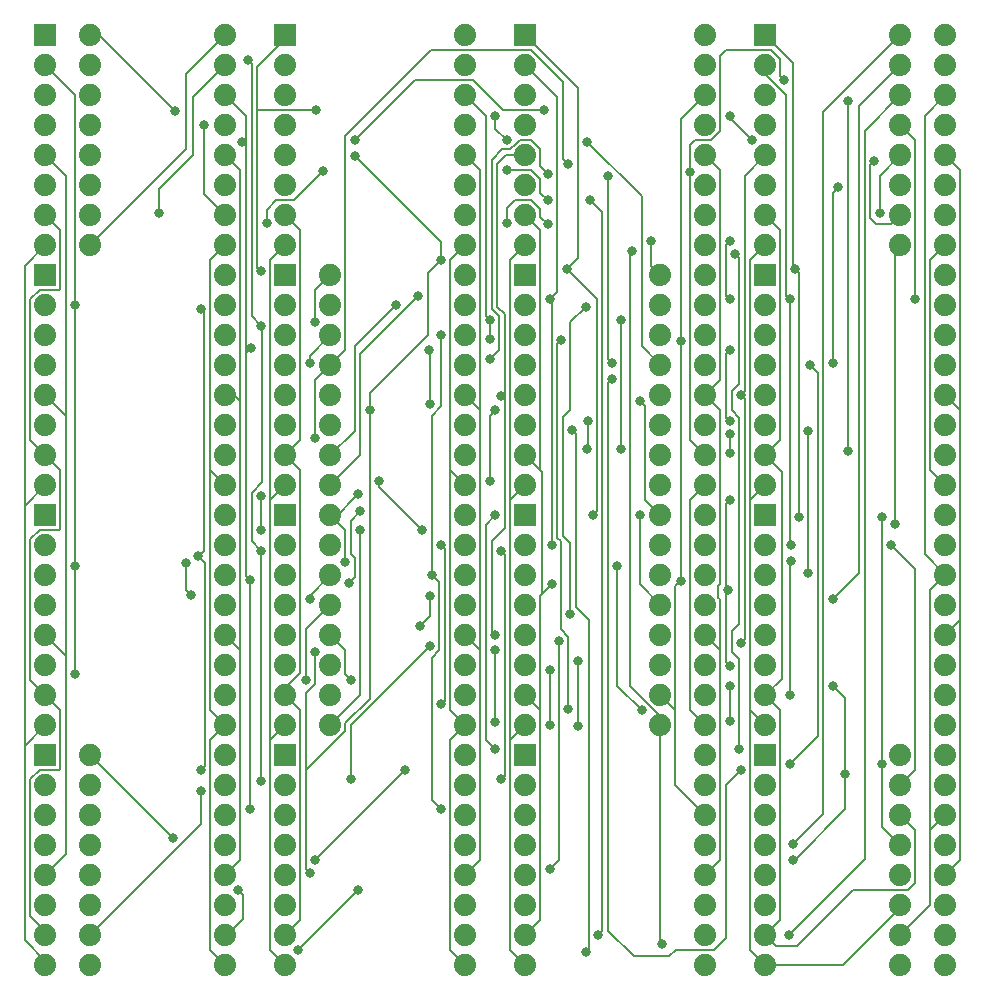
<source format=gbr>
G04 EAGLE Gerber RS-274X export*
G75*
%MOMM*%
%FSLAX34Y34*%
%LPD*%
%INBottom Copper*%
%IPPOS*%
%AMOC8*
5,1,8,0,0,1.08239X$1,22.5*%
G01*
%ADD10C,1.879600*%
%ADD11R,1.879600X1.879600*%
%ADD12C,0.203200*%
%ADD13C,0.808000*%


D10*
X63500Y800100D03*
X63500Y774700D03*
X63500Y749300D03*
X63500Y723900D03*
X63500Y698500D03*
X63500Y673100D03*
X63500Y647700D03*
X63500Y622300D03*
X266700Y596900D03*
X266700Y571500D03*
X266700Y546100D03*
X266700Y520700D03*
X266700Y495300D03*
X266700Y469900D03*
X266700Y444500D03*
X266700Y419100D03*
X266700Y393700D03*
X266700Y368300D03*
X266700Y342900D03*
X266700Y317500D03*
X266700Y292100D03*
X266700Y266700D03*
X266700Y241300D03*
X266700Y215900D03*
X749300Y800100D03*
X749300Y774700D03*
X749300Y749300D03*
X749300Y723900D03*
X749300Y698500D03*
X749300Y673100D03*
X749300Y647700D03*
X749300Y622300D03*
X546100Y596900D03*
X546100Y571500D03*
X546100Y546100D03*
X546100Y520700D03*
X546100Y495300D03*
X546100Y469900D03*
X546100Y444500D03*
X546100Y419100D03*
X546100Y393700D03*
X546100Y368300D03*
X546100Y342900D03*
X546100Y317500D03*
X546100Y292100D03*
X546100Y266700D03*
X546100Y241300D03*
X546100Y215900D03*
X749300Y190500D03*
X749300Y165100D03*
X749300Y139700D03*
X749300Y114300D03*
X749300Y88900D03*
X749300Y63500D03*
X749300Y38100D03*
X749300Y12700D03*
X63500Y190500D03*
X63500Y165100D03*
X63500Y139700D03*
X63500Y114300D03*
X63500Y88900D03*
X63500Y63500D03*
X63500Y38100D03*
X63500Y12700D03*
D11*
X25400Y800100D03*
D10*
X25400Y774700D03*
X25400Y749300D03*
X25400Y723900D03*
X25400Y698500D03*
X25400Y673100D03*
X25400Y647700D03*
X25400Y622300D03*
X177800Y622300D03*
X177800Y647700D03*
X177800Y673100D03*
X177800Y698500D03*
X177800Y723900D03*
X177800Y749300D03*
X177800Y774700D03*
X177800Y800100D03*
D11*
X228600Y800100D03*
D10*
X228600Y774700D03*
X228600Y749300D03*
X228600Y723900D03*
X228600Y698500D03*
X228600Y673100D03*
X228600Y647700D03*
X228600Y622300D03*
X381000Y622300D03*
X381000Y647700D03*
X381000Y673100D03*
X381000Y698500D03*
X381000Y723900D03*
X381000Y749300D03*
X381000Y774700D03*
X381000Y800100D03*
D11*
X431800Y800100D03*
D10*
X431800Y774700D03*
X431800Y749300D03*
X431800Y723900D03*
X431800Y698500D03*
X431800Y673100D03*
X431800Y647700D03*
X431800Y622300D03*
X584200Y622300D03*
X584200Y647700D03*
X584200Y673100D03*
X584200Y698500D03*
X584200Y723900D03*
X584200Y749300D03*
X584200Y774700D03*
X584200Y800100D03*
D11*
X635000Y800100D03*
D10*
X635000Y774700D03*
X635000Y749300D03*
X635000Y723900D03*
X635000Y698500D03*
X635000Y673100D03*
X635000Y647700D03*
X635000Y622300D03*
X787400Y622300D03*
X787400Y647700D03*
X787400Y673100D03*
X787400Y698500D03*
X787400Y723900D03*
X787400Y749300D03*
X787400Y774700D03*
X787400Y800100D03*
D11*
X25400Y596900D03*
D10*
X25400Y571500D03*
X25400Y546100D03*
X25400Y520700D03*
X25400Y495300D03*
X25400Y469900D03*
X25400Y444500D03*
X25400Y419100D03*
X177800Y419100D03*
X177800Y444500D03*
X177800Y469900D03*
X177800Y495300D03*
X177800Y520700D03*
X177800Y546100D03*
X177800Y571500D03*
X177800Y596900D03*
D11*
X228600Y596900D03*
D10*
X228600Y571500D03*
X228600Y546100D03*
X228600Y520700D03*
X228600Y495300D03*
X228600Y469900D03*
X228600Y444500D03*
X228600Y419100D03*
X381000Y419100D03*
X381000Y444500D03*
X381000Y469900D03*
X381000Y495300D03*
X381000Y520700D03*
X381000Y546100D03*
X381000Y571500D03*
X381000Y596900D03*
D11*
X431800Y596900D03*
D10*
X431800Y571500D03*
X431800Y546100D03*
X431800Y520700D03*
X431800Y495300D03*
X431800Y469900D03*
X431800Y444500D03*
X431800Y419100D03*
X584200Y419100D03*
X584200Y444500D03*
X584200Y469900D03*
X584200Y495300D03*
X584200Y520700D03*
X584200Y546100D03*
X584200Y571500D03*
X584200Y596900D03*
D11*
X635000Y596900D03*
D10*
X635000Y571500D03*
X635000Y546100D03*
X635000Y520700D03*
X635000Y495300D03*
X635000Y469900D03*
X635000Y444500D03*
X635000Y419100D03*
X787400Y419100D03*
X787400Y444500D03*
X787400Y469900D03*
X787400Y495300D03*
X787400Y520700D03*
X787400Y546100D03*
X787400Y571500D03*
X787400Y596900D03*
D11*
X25400Y393700D03*
D10*
X25400Y368300D03*
X25400Y342900D03*
X25400Y317500D03*
X25400Y292100D03*
X25400Y266700D03*
X25400Y241300D03*
X25400Y215900D03*
X177800Y215900D03*
X177800Y241300D03*
X177800Y266700D03*
X177800Y292100D03*
X177800Y317500D03*
X177800Y342900D03*
X177800Y368300D03*
X177800Y393700D03*
D11*
X228600Y393700D03*
D10*
X228600Y368300D03*
X228600Y342900D03*
X228600Y317500D03*
X228600Y292100D03*
X228600Y266700D03*
X228600Y241300D03*
X228600Y215900D03*
X381000Y215900D03*
X381000Y241300D03*
X381000Y266700D03*
X381000Y292100D03*
X381000Y317500D03*
X381000Y342900D03*
X381000Y368300D03*
X381000Y393700D03*
D11*
X431800Y393700D03*
D10*
X431800Y368300D03*
X431800Y342900D03*
X431800Y317500D03*
X431800Y292100D03*
X431800Y266700D03*
X431800Y241300D03*
X431800Y215900D03*
X584200Y215900D03*
X584200Y241300D03*
X584200Y266700D03*
X584200Y292100D03*
X584200Y317500D03*
X584200Y342900D03*
X584200Y368300D03*
X584200Y393700D03*
D11*
X635000Y393700D03*
D10*
X635000Y368300D03*
X635000Y342900D03*
X635000Y317500D03*
X635000Y292100D03*
X635000Y266700D03*
X635000Y241300D03*
X635000Y215900D03*
X787400Y215900D03*
X787400Y241300D03*
X787400Y266700D03*
X787400Y292100D03*
X787400Y317500D03*
X787400Y342900D03*
X787400Y368300D03*
X787400Y393700D03*
D11*
X25400Y190500D03*
D10*
X25400Y165100D03*
X25400Y139700D03*
X25400Y114300D03*
X25400Y88900D03*
X25400Y63500D03*
X25400Y38100D03*
X25400Y12700D03*
X177800Y12700D03*
X177800Y38100D03*
X177800Y63500D03*
X177800Y88900D03*
X177800Y114300D03*
X177800Y139700D03*
X177800Y165100D03*
X177800Y190500D03*
D11*
X228600Y190500D03*
D10*
X228600Y165100D03*
X228600Y139700D03*
X228600Y114300D03*
X228600Y88900D03*
X228600Y63500D03*
X228600Y38100D03*
X228600Y12700D03*
X381000Y12700D03*
X381000Y38100D03*
X381000Y63500D03*
X381000Y88900D03*
X381000Y114300D03*
X381000Y139700D03*
X381000Y165100D03*
X381000Y190500D03*
D11*
X431800Y190500D03*
D10*
X431800Y165100D03*
X431800Y139700D03*
X431800Y114300D03*
X431800Y88900D03*
X431800Y63500D03*
X431800Y38100D03*
X431800Y12700D03*
X584200Y12700D03*
X584200Y38100D03*
X584200Y63500D03*
X584200Y88900D03*
X584200Y114300D03*
X584200Y139700D03*
X584200Y165100D03*
X584200Y190500D03*
D11*
X635000Y190500D03*
D10*
X635000Y165100D03*
X635000Y139700D03*
X635000Y114300D03*
X635000Y88900D03*
X635000Y63500D03*
X635000Y38100D03*
X635000Y12700D03*
X787400Y12700D03*
X787400Y38100D03*
X787400Y63500D03*
X787400Y88900D03*
X787400Y114300D03*
X787400Y139700D03*
X787400Y165100D03*
X787400Y190500D03*
D12*
X135255Y735965D02*
X71120Y800100D01*
X63500Y800100D01*
D13*
X135255Y735965D03*
D12*
X159703Y723583D02*
X159703Y665798D01*
X177800Y647700D01*
D13*
X159703Y723583D03*
D12*
X150495Y698818D02*
X121285Y669608D01*
X121285Y649288D01*
X150495Y698818D02*
X150495Y747395D01*
X177800Y774700D01*
D13*
X121285Y649288D03*
D12*
X144463Y703263D02*
X63500Y622300D01*
X144463Y703263D02*
X144463Y766763D01*
X177800Y800100D01*
X42863Y106363D02*
X25400Y88900D01*
X42863Y106363D02*
X42863Y274638D01*
X25400Y292100D01*
X42863Y477838D02*
X25400Y495300D01*
X42863Y477838D02*
X42863Y274638D01*
X42863Y681038D02*
X25400Y698500D01*
X42863Y681038D02*
X42863Y477838D01*
X684213Y735013D02*
X749300Y800100D01*
X684213Y735013D02*
X684213Y140970D01*
X658813Y115570D01*
X290513Y76200D02*
X239713Y25400D01*
D13*
X658813Y115570D03*
X290513Y76200D03*
X239713Y25400D03*
D12*
X50800Y258763D02*
X50800Y350838D01*
X50800Y571818D01*
X50800Y749300D02*
X25400Y774700D01*
X50800Y749300D02*
X50800Y571818D01*
X714375Y739775D02*
X749300Y774700D01*
X714375Y739775D02*
X714375Y344488D01*
X692150Y322263D01*
X406400Y279400D02*
X406400Y218758D01*
D13*
X50800Y258763D03*
X50800Y350838D03*
X50800Y571818D03*
X692150Y322263D03*
X406400Y279400D03*
X406400Y218758D03*
D12*
X25400Y41910D02*
X12700Y54610D01*
X25400Y41910D02*
X25400Y38100D01*
X12700Y54610D02*
X12700Y169863D01*
X20638Y177800D01*
X38100Y179070D02*
X38100Y228600D01*
X38100Y179070D02*
X36830Y177800D01*
X20638Y177800D01*
X38100Y228600D02*
X25400Y241300D01*
X25400Y444500D02*
X12700Y457200D01*
X12700Y576263D01*
X20638Y584200D01*
X38100Y585470D02*
X38100Y635000D01*
X38100Y585470D02*
X36830Y584200D01*
X20638Y584200D01*
X38100Y635000D02*
X25400Y647700D01*
X719138Y719138D02*
X749300Y749300D01*
X719138Y719138D02*
X719138Y102235D01*
X655003Y38100D01*
X496888Y41275D02*
X496888Y650558D01*
X496888Y41275D02*
X493713Y38100D01*
X496888Y650558D02*
X486728Y660718D01*
X450850Y660400D02*
X444500Y666750D01*
X444500Y677863D01*
X436563Y685800D01*
X415925Y685800D01*
X260350Y684848D02*
X235903Y660400D01*
X212725Y652145D02*
X212725Y641350D01*
X212725Y652145D02*
X220980Y660400D01*
X235903Y660400D01*
X12700Y254000D02*
X25400Y241300D01*
X12700Y254000D02*
X12700Y373063D01*
X20638Y381000D01*
X38100Y382270D02*
X38100Y431800D01*
X38100Y382270D02*
X36830Y381000D01*
X20638Y381000D01*
X38100Y431800D02*
X25400Y444500D01*
D13*
X655003Y38100D03*
X493713Y38100D03*
X486728Y660718D03*
X450850Y660400D03*
X415925Y685800D03*
X260350Y684848D03*
X212725Y641350D03*
D12*
X749300Y723900D02*
X762000Y711200D01*
X762000Y576263D01*
X604838Y576263D02*
X601663Y579438D01*
X601663Y622300D01*
X604838Y625475D01*
X450850Y639763D02*
X444500Y646113D01*
X444500Y652463D01*
X436563Y660400D01*
X415925Y653415D02*
X415925Y641350D01*
X415925Y653415D02*
X422910Y660400D01*
X436563Y660400D01*
D13*
X762000Y576263D03*
X604838Y576263D03*
X604838Y625475D03*
X450850Y639763D03*
X415925Y641350D03*
D12*
X190500Y101600D02*
X177800Y88900D01*
X190500Y101600D02*
X190500Y279400D01*
X177800Y292100D01*
X190500Y490220D02*
X185420Y495300D01*
X177800Y495300D01*
X190500Y490220D02*
X190500Y279400D01*
X190500Y685800D02*
X177800Y698500D01*
X190500Y685800D02*
X190500Y490220D01*
X731838Y681038D02*
X749300Y698500D01*
X731838Y681038D02*
X731838Y649288D01*
X612775Y611188D02*
X609600Y614363D01*
X612775Y611188D02*
X612775Y504825D01*
X606425Y498475D01*
X606425Y482600D01*
X612775Y476250D01*
X612775Y301625D01*
X606425Y295275D01*
X606425Y278130D01*
X612775Y271780D01*
X612775Y195263D01*
X330200Y177800D02*
X254000Y101600D01*
D13*
X731838Y649288D03*
X609600Y614363D03*
X612775Y195263D03*
X330200Y177800D03*
X254000Y101600D03*
D12*
X25400Y16510D02*
X25400Y12700D01*
X25400Y16510D02*
X7938Y33973D01*
X7938Y198438D01*
X25400Y215900D01*
X7938Y401638D02*
X25400Y419100D01*
X7938Y401638D02*
X7938Y198438D01*
X7938Y604838D02*
X25400Y622300D01*
X7938Y604838D02*
X7938Y401638D01*
X692150Y666750D02*
X696913Y671513D01*
X692150Y666750D02*
X692150Y522288D01*
X406400Y482600D02*
X401638Y477838D01*
X401638Y422275D01*
X292100Y396875D02*
X284163Y388938D01*
X284163Y360363D01*
X287338Y357188D01*
X287338Y341313D01*
X282575Y336550D01*
D13*
X696913Y671513D03*
X692150Y522288D03*
X406400Y482600D03*
X401638Y422275D03*
X292100Y396875D03*
X282575Y336550D03*
D12*
X198438Y338773D02*
X198438Y144463D01*
X195263Y341948D02*
X195263Y530860D01*
X195263Y341948D02*
X198438Y338773D01*
X195263Y731838D02*
X177800Y749300D01*
X195263Y709613D02*
X195263Y530860D01*
X195263Y709613D02*
X195263Y731838D01*
X199390Y534988D02*
X195263Y530860D01*
X741680Y640080D02*
X749300Y647700D01*
X723900Y645160D02*
X723900Y690563D01*
X723900Y645160D02*
X728980Y640080D01*
X741680Y640080D01*
X723900Y690563D02*
X727075Y693738D01*
X623888Y711200D02*
X604838Y730250D01*
X604838Y731838D01*
X447675Y736600D02*
X412750Y736600D01*
X387350Y762000D01*
X338138Y762000D01*
X287338Y711200D01*
X195263Y709613D02*
X192088Y709613D01*
D13*
X198438Y144463D03*
X198438Y338773D03*
X199390Y534988D03*
X727075Y693738D03*
X623888Y711200D03*
X604838Y731838D03*
X447675Y736600D03*
X287338Y711200D03*
X192088Y709613D03*
D12*
X165100Y25400D02*
X177800Y12700D01*
X165100Y25400D02*
X165100Y203200D01*
X177800Y215900D01*
X177800Y419100D02*
X165100Y431800D01*
X165100Y609600D01*
X177800Y622300D01*
X744538Y617538D02*
X749300Y622300D01*
X744538Y617538D02*
X744538Y385763D01*
X344488Y381000D02*
X307975Y417513D01*
X307975Y422275D01*
X165100Y228600D02*
X177800Y215900D01*
X165100Y228600D02*
X165100Y431800D01*
D13*
X744538Y385763D03*
X344488Y381000D03*
X307975Y422275D03*
D12*
X246063Y93663D02*
X249238Y90488D01*
X246063Y177800D02*
X246063Y242888D01*
X246063Y177800D02*
X246063Y93663D01*
X246063Y242888D02*
X254000Y250825D01*
X254000Y277813D01*
X300038Y238125D02*
X300038Y482600D01*
X300038Y238125D02*
X279400Y217488D01*
X279400Y211138D01*
X246063Y177800D01*
X546100Y596900D02*
X538163Y604838D01*
X538163Y625475D01*
X360363Y609600D02*
X349250Y598488D01*
X349250Y546418D01*
X300038Y497205D01*
X300038Y482600D01*
X360363Y624840D02*
X287338Y697865D01*
X360363Y624840D02*
X360363Y609600D01*
D13*
X249238Y90488D03*
X254000Y277813D03*
X300038Y482600D03*
X538163Y625475D03*
X360363Y609600D03*
X287338Y697865D03*
D12*
X207963Y363538D02*
X207963Y168275D01*
X208598Y553403D02*
X207963Y554038D01*
X208598Y553403D02*
X208598Y421323D01*
X200025Y412750D01*
X200025Y371475D01*
X207963Y363538D01*
X200025Y775653D02*
X196850Y778828D01*
X200025Y775653D02*
X200025Y561975D01*
X207963Y554038D01*
X469900Y556895D02*
X482918Y569913D01*
X469900Y556895D02*
X469900Y482918D01*
X463550Y476568D01*
X463550Y376238D01*
X469900Y369888D01*
X469900Y309563D01*
X350838Y282575D02*
X284163Y215900D01*
X284163Y169863D01*
D13*
X207963Y168275D03*
X207963Y363538D03*
X207963Y554038D03*
X196850Y778828D03*
X482918Y569913D03*
X469900Y309563D03*
X350838Y282575D03*
X284163Y169863D03*
D12*
X228600Y444500D02*
X241300Y457200D01*
X241300Y635000D01*
X228600Y647700D01*
X241300Y50800D02*
X228600Y38100D01*
X241300Y50800D02*
X241300Y228600D01*
X228600Y241300D01*
X458788Y538798D02*
X461963Y541973D01*
X458788Y538798D02*
X458788Y374650D01*
X461963Y371475D01*
X461963Y296863D01*
X468313Y290513D01*
X468313Y229870D01*
X241300Y431800D02*
X228600Y444500D01*
X241300Y431800D02*
X241300Y260350D01*
X228600Y247650D01*
X228600Y241300D01*
D13*
X461963Y541973D03*
X468313Y229870D03*
D12*
X160338Y180975D02*
X157163Y177800D01*
X160338Y180975D02*
X160338Y353378D01*
X154940Y358775D01*
X207963Y600075D02*
X204788Y603250D01*
X204788Y736600D02*
X204788Y773113D01*
X204788Y736600D02*
X204788Y603250D01*
X204788Y773113D02*
X228600Y796925D01*
X228600Y800100D01*
X530225Y536575D02*
X546100Y520700D01*
X530225Y536575D02*
X530225Y663575D01*
X484188Y709613D01*
X415925Y711200D02*
X406400Y720725D01*
X406400Y731838D01*
X254635Y736600D02*
X204788Y736600D01*
X159703Y565785D02*
X159703Y363538D01*
X154940Y358775D01*
X159703Y565785D02*
X157163Y568325D01*
D13*
X157163Y177800D03*
X154940Y358775D03*
X207963Y600075D03*
X484188Y709613D03*
X415925Y711200D03*
X406400Y731838D03*
X254635Y736600D03*
X157163Y568325D03*
D12*
X393700Y101600D02*
X381000Y88900D01*
X393700Y101600D02*
X393700Y279400D01*
X381000Y292100D01*
X393700Y482600D02*
X381000Y495300D01*
X393700Y482600D02*
X393700Y279400D01*
X393700Y685800D02*
X381000Y698500D01*
X393700Y685800D02*
X393700Y482600D01*
X215900Y25400D02*
X228600Y12700D01*
X215900Y25400D02*
X215900Y203200D01*
X228600Y215900D01*
X215900Y406400D02*
X228600Y419100D01*
X215900Y406400D02*
X215900Y203200D01*
X474663Y462598D02*
X471488Y465773D01*
X474663Y462598D02*
X474663Y315913D01*
X485458Y305118D01*
X485458Y26670D01*
X482918Y24130D01*
X215900Y609600D02*
X228600Y622300D01*
X215900Y609600D02*
X215900Y406400D01*
D13*
X471488Y465773D03*
X482918Y24130D03*
D12*
X360363Y144463D02*
X352425Y152400D01*
X352425Y273050D01*
X358775Y279400D01*
X358775Y337185D01*
X353060Y342900D01*
X512763Y449263D02*
X512763Y559118D01*
X401638Y558800D02*
X398463Y561975D01*
X398463Y731838D01*
X381000Y749300D01*
X401638Y558800D02*
X401638Y542925D01*
X352425Y343535D02*
X353060Y342900D01*
X352425Y343535D02*
X352425Y477838D01*
X360363Y485775D01*
X360363Y545783D01*
D13*
X360363Y144463D03*
X353060Y342900D03*
X512763Y449263D03*
X512763Y559118D03*
X401638Y558800D03*
X401638Y542925D03*
X360363Y545783D03*
D12*
X368300Y25400D02*
X381000Y12700D01*
X368300Y25400D02*
X368300Y203200D01*
X381000Y215900D01*
X368300Y609600D02*
X381000Y622300D01*
X368300Y609600D02*
X368300Y431800D01*
X381000Y419100D01*
X368300Y228600D02*
X381000Y215900D01*
X368300Y228600D02*
X368300Y431800D01*
X460375Y101600D02*
X452438Y93663D01*
X460375Y101600D02*
X460375Y287338D01*
X533400Y485775D02*
X528638Y490538D01*
X533400Y485775D02*
X533400Y406400D01*
X546100Y393700D01*
X407988Y569913D02*
X407988Y691198D01*
X415290Y698500D01*
X431800Y698500D01*
X407988Y569913D02*
X414338Y563563D01*
X414338Y497523D01*
X411163Y494348D01*
X403225Y295275D02*
X406400Y292100D01*
X403225Y295275D02*
X403225Y371475D01*
X414338Y382588D01*
X414338Y497523D01*
D13*
X452438Y93663D03*
X460375Y287338D03*
X528638Y490538D03*
X411163Y494348D03*
X406400Y292100D03*
D12*
X452438Y576263D02*
X458788Y582613D01*
X458788Y747713D01*
X431800Y774700D01*
X414338Y173038D02*
X411163Y169863D01*
X414338Y173038D02*
X414338Y360363D01*
X411163Y363538D01*
X454025Y574675D02*
X452438Y576263D01*
X454025Y574675D02*
X454025Y368300D01*
D13*
X452438Y576263D03*
X411163Y169863D03*
X411163Y363538D03*
X454025Y368300D03*
D12*
X444500Y50800D02*
X431800Y38100D01*
X444500Y50800D02*
X444500Y228600D01*
X431800Y241300D01*
X444500Y325438D02*
X446088Y327025D01*
X454025Y334963D01*
X444500Y325438D02*
X444500Y228600D01*
X446088Y430213D02*
X444500Y431800D01*
X431800Y444500D01*
X446088Y430213D02*
X446088Y327025D01*
X444500Y635000D02*
X431800Y647700D01*
X444500Y635000D02*
X444500Y431800D01*
D13*
X454025Y334963D03*
D12*
X466725Y601663D02*
X476250Y611188D01*
X476250Y755650D01*
X431800Y800100D01*
X398463Y203200D02*
X406400Y195263D01*
X398463Y203200D02*
X398463Y385445D01*
X406400Y393383D01*
X528638Y334963D02*
X546100Y317500D01*
X528638Y334963D02*
X528638Y393383D01*
X492125Y576263D02*
X466725Y601663D01*
X492125Y576263D02*
X492125Y396875D01*
X488950Y393700D01*
D13*
X466725Y601663D03*
X406400Y195263D03*
X406400Y393383D03*
X528638Y393383D03*
X488950Y393700D03*
D12*
X584200Y495300D02*
X596900Y508000D01*
X596900Y685800D01*
X584200Y698500D01*
X596900Y101600D02*
X584200Y88900D01*
X596900Y101600D02*
X596900Y279400D01*
X584200Y292100D01*
X596900Y482600D02*
X584200Y495300D01*
X596900Y482600D02*
X596900Y334963D01*
X595313Y333375D01*
X595313Y323850D01*
X596900Y322263D01*
X596900Y279400D01*
X419100Y25400D02*
X431800Y12700D01*
X419100Y25400D02*
X419100Y203200D01*
X431800Y215900D01*
X452438Y216218D02*
X452438Y262573D01*
X419100Y406400D02*
X431800Y419100D01*
X419100Y406400D02*
X419100Y203200D01*
X419100Y609600D02*
X431800Y622300D01*
X419100Y609600D02*
X419100Y406400D01*
D13*
X452438Y262573D03*
X452438Y216218D03*
D12*
X558800Y165100D02*
X584200Y139700D01*
X558800Y165100D02*
X558800Y228600D01*
X546100Y241300D01*
X558800Y333375D02*
X563563Y338138D01*
X558800Y333375D02*
X558800Y228600D01*
X563563Y338138D02*
X563563Y541338D01*
X563563Y728663D02*
X584200Y749300D01*
X563563Y728663D02*
X563563Y541338D01*
D13*
X563563Y338138D03*
X563563Y541338D03*
D12*
X546100Y31750D02*
X547688Y30163D01*
X546100Y31750D02*
X546100Y215900D01*
X571500Y406400D02*
X584200Y419100D01*
X571500Y406400D02*
X571500Y228600D01*
X584200Y215900D01*
X520700Y615950D02*
X522288Y617538D01*
X520700Y615950D02*
X520700Y249238D01*
X546100Y223838D01*
X546100Y215900D01*
D13*
X547688Y30163D03*
X522288Y617538D03*
D12*
X266700Y596900D02*
X254000Y584200D01*
X254000Y557213D01*
X501650Y525463D02*
X504825Y522288D01*
X501650Y525463D02*
X501650Y681038D01*
X450850Y682625D02*
X444500Y688975D01*
X444500Y703263D01*
X436563Y711200D01*
X427038Y711200D02*
X423863Y708025D01*
X427038Y711200D02*
X436563Y711200D01*
X423863Y708025D02*
X419100Y703263D01*
X403225Y694055D02*
X403225Y568325D01*
X403225Y694055D02*
X412433Y703263D01*
X419100Y703263D01*
X403225Y568325D02*
X409575Y561975D01*
X409575Y533400D01*
X401638Y525463D01*
D13*
X254000Y557213D03*
X504825Y522288D03*
X501650Y681038D03*
X450850Y682625D03*
X401638Y525463D03*
D12*
X672783Y520383D02*
X679450Y513715D01*
X679450Y206375D01*
X655638Y182563D01*
X614363Y177800D02*
X601663Y165100D01*
X591820Y25400D02*
X559118Y25400D01*
X591820Y25400D02*
X601663Y35243D01*
X601663Y165100D01*
X559118Y25400D02*
X553720Y20003D01*
X501650Y41910D02*
X501650Y505460D01*
X501650Y41910D02*
X523558Y20003D01*
X553720Y20003D01*
X501650Y505460D02*
X504825Y508635D01*
X266700Y546100D02*
X249238Y528638D01*
X249238Y522288D01*
D13*
X672783Y520383D03*
X655638Y182563D03*
X614363Y177800D03*
X504825Y508635D03*
X249238Y522288D03*
D12*
X571500Y457200D02*
X584200Y444500D01*
X571500Y457200D02*
X571500Y684213D01*
X468313Y690563D02*
X463550Y695325D01*
X463550Y760413D01*
X436563Y787400D01*
X279400Y715010D02*
X279400Y533400D01*
X279400Y715010D02*
X351790Y787400D01*
X436563Y787400D01*
X279400Y533400D02*
X266700Y520700D01*
X704850Y455930D02*
X705168Y455613D01*
X705168Y447993D01*
X704850Y455930D02*
X704850Y744538D01*
X650875Y762000D02*
X647700Y765175D01*
X647700Y779463D01*
X639763Y787400D01*
X596900Y782320D02*
X596900Y719138D01*
X596900Y782320D02*
X601980Y787400D01*
X639763Y787400D01*
X596900Y719138D02*
X588963Y711200D01*
X571500Y707390D02*
X571500Y684213D01*
X571500Y707390D02*
X575310Y711200D01*
X588963Y711200D01*
X254000Y508000D02*
X254000Y458788D01*
X254000Y508000D02*
X266700Y520700D01*
D13*
X571500Y684213D03*
X468313Y690563D03*
X705168Y447993D03*
X704850Y744538D03*
X650875Y762000D03*
X254000Y458788D03*
D12*
X604838Y461963D02*
X604838Y446088D01*
X484505Y449580D02*
X484188Y449263D01*
X484505Y449580D02*
X484505Y473710D01*
D13*
X604838Y461963D03*
X604838Y446088D03*
X484188Y449263D03*
X484505Y473710D03*
D12*
X351155Y487680D02*
X350838Y487363D01*
X351155Y532130D02*
X349885Y533400D01*
X351155Y532130D02*
X351155Y487680D01*
X601663Y530225D02*
X604838Y533400D01*
X601663Y530225D02*
X601663Y476250D01*
X604838Y473075D01*
D13*
X350838Y487363D03*
X349885Y533400D03*
X604838Y533400D03*
X604838Y473075D03*
D12*
X287338Y465138D02*
X266700Y444500D01*
X287338Y465138D02*
X287338Y536575D01*
X322263Y571500D01*
D13*
X322263Y571500D03*
D12*
X292100Y444500D02*
X266700Y419100D01*
X292100Y444500D02*
X292100Y530225D01*
X341313Y579438D01*
D13*
X341313Y579438D03*
D12*
X144463Y330518D02*
X148590Y326390D01*
X144463Y330518D02*
X144463Y353378D01*
X207963Y381000D02*
X207963Y409575D01*
X279400Y381000D02*
X279400Y354013D01*
X279400Y381000D02*
X269875Y390525D01*
X671513Y344805D02*
X671513Y465138D01*
X290513Y411163D02*
X269875Y390525D01*
X266700Y393700D01*
D13*
X148590Y326390D03*
X144463Y353378D03*
X207963Y409575D03*
X207963Y381000D03*
X279400Y354013D03*
X671513Y344805D03*
X671513Y465138D03*
X290513Y411163D03*
D12*
X266700Y342900D02*
X249238Y325438D01*
X249238Y322263D01*
D13*
X249238Y322263D03*
D12*
X266700Y317500D02*
X246063Y296863D01*
X246063Y254000D01*
D13*
X246063Y254000D03*
D12*
X279400Y258763D02*
X284163Y254000D01*
X279400Y258763D02*
X279400Y279400D01*
X266700Y292100D01*
X604838Y249238D02*
X604838Y219075D01*
X476250Y214948D02*
X476250Y269875D01*
D13*
X284163Y254000D03*
X604838Y249238D03*
X604838Y219075D03*
X476250Y214948D03*
X476250Y269875D03*
D12*
X601663Y269240D02*
X604838Y266065D01*
X601663Y330200D02*
X601663Y403225D01*
X601663Y330200D02*
X601663Y269240D01*
X601663Y403225D02*
X604838Y406400D01*
X350838Y307975D02*
X342900Y300038D01*
X350838Y307975D02*
X350838Y325438D01*
X601663Y330200D02*
X603250Y330200D01*
D13*
X604838Y266065D03*
X604838Y406400D03*
X342900Y300038D03*
X350838Y325438D03*
X603250Y330200D03*
D12*
X363538Y236538D02*
X360363Y233363D01*
X363538Y236538D02*
X363538Y365125D01*
X360363Y368300D01*
X656273Y354648D02*
X656590Y354965D01*
X656273Y354648D02*
X656273Y241300D01*
X530225Y228600D02*
X509588Y249238D01*
X509588Y350838D01*
D13*
X360363Y233363D03*
X360363Y368300D03*
X656590Y354965D03*
X656273Y241300D03*
X530225Y228600D03*
X509588Y350838D03*
D12*
X292100Y241300D02*
X266700Y215900D01*
X292100Y241300D02*
X292100Y381000D01*
D13*
X292100Y381000D03*
D12*
X63500Y190500D02*
X133350Y120650D01*
D13*
X133350Y120650D03*
D12*
X188913Y76200D02*
X193040Y72073D01*
X193040Y52070D01*
X179070Y38100D02*
X177800Y38100D01*
X179070Y38100D02*
X193040Y52070D01*
D13*
X188913Y76200D03*
D12*
X157163Y131763D02*
X63500Y38100D01*
X157163Y131763D02*
X157163Y160338D01*
D13*
X157163Y160338D03*
D12*
X614363Y495300D02*
X617538Y498475D01*
X617538Y681038D01*
X635000Y698500D01*
X702628Y144463D02*
X660083Y101918D01*
X658813Y101918D01*
X702628Y144463D02*
X702628Y174308D01*
X702628Y238760D02*
X692150Y249238D01*
X702628Y238760D02*
X702628Y174308D01*
X617538Y492125D02*
X614363Y495300D01*
X617538Y492125D02*
X617538Y288925D01*
X614363Y285750D01*
D13*
X614363Y495300D03*
X658813Y101918D03*
X702628Y174308D03*
X692150Y249238D03*
X614363Y285750D03*
D12*
X655638Y576263D02*
X652463Y579438D01*
X652463Y749300D01*
X635000Y766763D01*
X635000Y774700D01*
X741363Y368300D02*
X762000Y347663D01*
X762000Y177800D01*
X749300Y165100D01*
X655638Y369570D02*
X655638Y576263D01*
X655638Y369570D02*
X656908Y368300D01*
D13*
X655638Y576263D03*
X741363Y368300D03*
X656908Y368300D03*
D12*
X635000Y444500D02*
X647700Y457200D01*
X647700Y635000D01*
X635000Y647700D01*
X647700Y50800D02*
X635000Y38100D01*
X647700Y50800D02*
X647700Y228600D01*
X635000Y241300D01*
X749300Y139700D02*
X762000Y127000D01*
X755650Y76200D02*
X709295Y76200D01*
X755650Y76200D02*
X762000Y82550D01*
X762000Y127000D01*
X709295Y76200D02*
X661988Y28893D01*
X644208Y28893D02*
X635000Y38100D01*
X644208Y28893D02*
X661988Y28893D01*
X648970Y430530D02*
X635000Y444500D01*
X648970Y430530D02*
X648970Y255270D01*
X635000Y241300D01*
X660400Y601663D02*
X658813Y603250D01*
X658813Y776288D01*
X635000Y800100D01*
X733425Y182563D02*
X734060Y181928D01*
X734060Y129540D01*
X749300Y114300D01*
X733425Y182563D02*
X733425Y392113D01*
X663575Y598488D02*
X660400Y601663D01*
X663575Y598488D02*
X663575Y392113D01*
D13*
X660400Y601663D03*
X733425Y182563D03*
X733425Y392113D03*
X663575Y392113D03*
D12*
X787400Y292100D02*
X800100Y304800D01*
X800100Y482600D01*
X787400Y495300D01*
X800100Y685800D02*
X787400Y698500D01*
X800100Y685800D02*
X800100Y482600D01*
X800100Y101600D02*
X787400Y88900D01*
X800100Y101600D02*
X800100Y304800D01*
X701040Y12700D02*
X635000Y12700D01*
X749300Y60960D02*
X749300Y63500D01*
X749300Y60960D02*
X701040Y12700D01*
X635000Y215900D02*
X622300Y228600D01*
X622300Y406400D01*
X635000Y419100D01*
X622300Y609600D02*
X635000Y622300D01*
X622300Y609600D02*
X622300Y406400D01*
X622300Y25400D02*
X635000Y12700D01*
X622300Y25400D02*
X622300Y228600D01*
X774700Y63500D02*
X749300Y38100D01*
X774700Y63500D02*
X774700Y127000D01*
X787400Y139700D01*
X774700Y330200D02*
X787400Y342900D01*
X774700Y330200D02*
X774700Y127000D01*
X769938Y731838D02*
X787400Y749300D01*
X769938Y731838D02*
X769938Y360363D01*
X787400Y342900D01*
X787400Y419100D02*
X774700Y431800D01*
X774700Y609600D01*
X787400Y622300D01*
M02*

</source>
